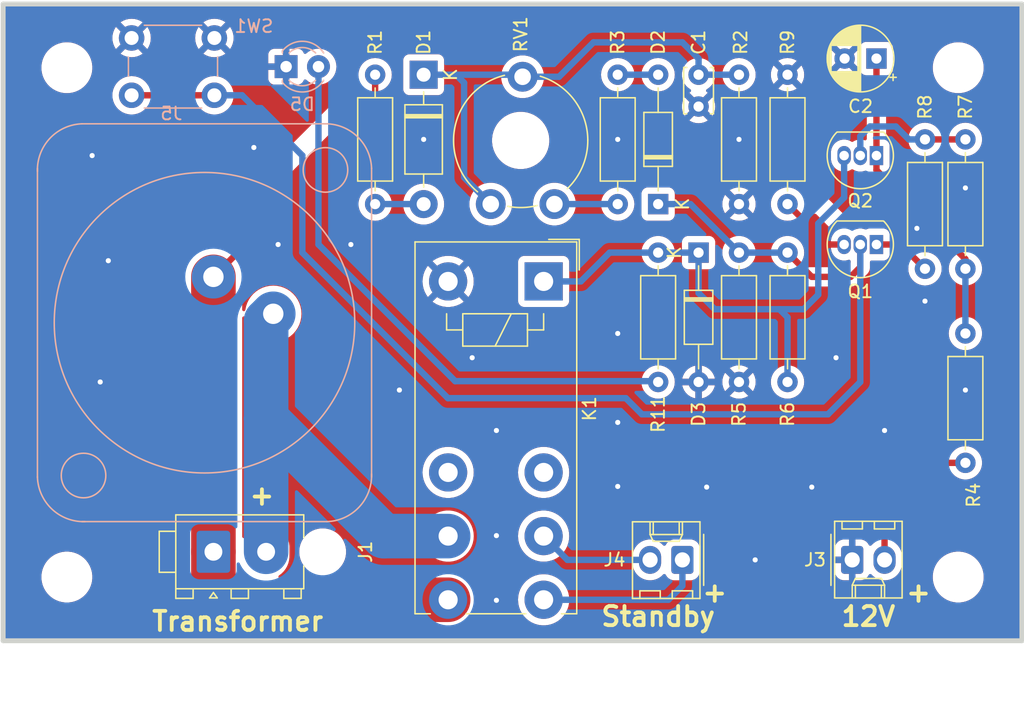
<source format=kicad_pcb>
(kicad_pcb (version 20240108) (generator "pcbnew") (generator_version "8.0")
  (layers (0 "F.Cu" signal) (31 "B.Cu" signal) (34 "B.Paste" user) (35 "F.Paste" user) (36 "B.SilkS" user "B.Silkscreen") (37 "F.SilkS" user "F.Silkscreen") (38 "B.Mask" user) (39 "F.Mask" user) (44 "Edge.Cuts" user))
  (net 0 "")
  (net 1 "GND")
  (net 2 "Net-(D1-K)")
  (net 3 "Net-(Q2-C)")
  (net 4 "Net-(D1-A)")
  (net 5 "Net-(D2-K)")
  (net 6 "Net-(D2-A)")
  (net 7 "Net-(D3-K)")
  (net 8 "Net-(D5-A)")
  (net 9 "+12V")
  (net 10 "Net-(J1-Pin_2)")
  (net 11 "Net-(J1-Pin_1)")
  (net 12 "Net-(R3-Pad2)")
  (net 13 "Net-(J4-Pin_2)")
  (net 14 "Net-(Q1-C)")
  (net 15 "Net-(Q1-E)")
  (net 16 "/Standby")
  (net 19 "Net-(Q2-B)")
  (footprint "Capacitor_THT:C_Disc_D3.4mm_W2.1mm_P2.50mm" (layer "F.Cu") (at 176.53 71.12 -90)
    (property "Reference" "C1" (at -2.54 0 90) (layer "F.SilkS"))
    (property "Value" "47nF")
    (pad "1" thru_hole circle (at 0 0 270) (size 1.6 1.6) (drill 0.8) (layers "*.Cu" "*.Mask") (net 2 "Net-(D1-K)"))
    (pad "2" thru_hole circle (at 2.5 0 270) (size 1.6 1.6) (drill 0.8) (layers "*.Cu" "*.Mask") (net 1 "GND"))
  )
  (footprint "Capacitor_THT:CP_Radial_D5.0mm_P2.50mm" (layer "F.Cu") (at 190.5 69.85 180)
    (property "Reference" "C2" (at 1.25 -3.75 0) (layer "F.SilkS"))
    (property "Value" "47µF")
    (pad "1" thru_hole rect (at 0 0 180) (size 1.6 1.6) (drill 0.8) (layers "*.Cu" "*.Mask") (net 3 "Net-(Q2-C)"))
    (pad "2" thru_hole circle (at 2.5 0 180) (size 1.6 1.6) (drill 0.8) (layers "*.Cu" "*.Mask") (net 1 "GND"))
  )
  (footprint "Diode_THT:D_DO-41_SOD81_P10.16mm_Horizontal" (layer "F.Cu") (at 154.94 71.12 -90)
    (property "Reference" "D1" (at -2.54 0 90) (layer "F.SilkS"))
    (property "Value" "1N4007")
    (fp_text user "K" (at 0 -2.1 90) (layer "F.SilkS"))
    (pad "1" thru_hole rect (at 0 0 270) (size 2.2 2.2) (drill 1.1) (layers "*.Cu" "*.Mask") (net 2 "Net-(D1-K)"))
    (pad "2" thru_hole oval (at 10.16 0 270) (size 2.2 2.2) (drill 1.1) (layers "*.Cu" "*.Mask") (net 4 "Net-(D1-A)"))
  )
  (footprint "Diode_THT:D_DO-35_SOD27_P10.16mm_Horizontal" (layer "F.Cu") (at 173.355 81.28 90)
    (property "Reference" "D2" (at 12.7 0 90) (layer "F.SilkS"))
    (property "Value" "1N4148")
    (fp_text user "K" (at 0 1.905 90) (layer "F.SilkS"))
    (pad "1" thru_hole rect (at 0 0 90) (size 1.6 1.6) (drill 0.8) (layers "*.Cu" "*.Mask") (net 5 "Net-(D2-K)"))
    (pad "2" thru_hole oval (at 10.16 0 90) (size 1.6 1.6) (drill 0.8) (layers "*.Cu" "*.Mask") (net 6 "Net-(D2-A)"))
  )
  (footprint "Diode_THT:D_DO-35_SOD27_P10.16mm_Horizontal" (layer "F.Cu") (at 176.53 85.09 -90)
    (property "Reference" "D3" (at 12.7 0 90) (layer "F.SilkS"))
    (property "Value" "1N4148")
    (fp_text user "K" (at 0 1.905 90) (layer "F.SilkS"))
    (pad "1" thru_hole rect (at 0 0 270) (size 1.6 1.6) (drill 0.8) (layers "*.Cu" "*.Mask") (net 7 "Net-(D3-K)"))
    (pad "2" thru_hole oval (at 10.16 0 270) (size 1.6 1.6) (drill 0.8) (layers "*.Cu" "*.Mask") (net 1 "GND"))
  )
  (footprint "Relay_THT:Relay_DPDT_Finder_40.52" (layer "F.Cu") (at 164.3625 87.3525 -90)
    (property "Reference" "K1" (at 10 -3.6 -90) (layer "F.SilkS"))
    (property "Value" "FINDER-40.52")
    (pad "11" thru_hole circle (at 20 0 270) (size 3 3) (drill 1.5) (layers "*.Cu" "*.Mask") (net 13 "Net-(J4-Pin_2)"))
    (pad "12" thru_hole circle (at 15 0 270) (size 3 3) (drill 1.5) (layers "*.Cu" "*.Mask"))
    (pad "14" thru_hole circle (at 25 0 270) (size 3 3) (drill 1.5) (layers "*.Cu" "*.Mask") (net 16 "/Standby"))
    (pad "21" thru_hole circle (at 20 7.5 270) (size 3 3) (drill 1.5) (layers "*.Cu" "*.Mask") (net 10 "Net-(J1-Pin_2)"))
    (pad "22" thru_hole circle (at 15 7.5 270) (size 3 3) (drill 1.5) (layers "*.Cu" "*.Mask"))
    (pad "24" thru_hole circle (at 25 7.5 270) (size 3 3) (drill 1.5) (layers "*.Cu" "*.Mask") (net 11 "Net-(J1-Pin_1)"))
    (pad "A1" thru_hole rect (at 0 0 270) (size 3 3) (drill 1.5) (layers "*.Cu" "*.Mask") (net 7 "Net-(D3-K)"))
    (pad "A2" thru_hole circle (at 0 7.5 270) (size 3 3) (drill 1.5) (layers "*.Cu" "*.Mask") (net 1 "GND"))
  )
  (footprint "Resistor_THT:R_Axial_DIN0207_L6.3mm_D2.5mm_P10.16mm_Horizontal" (layer "F.Cu") (at 151.13 81.28 90)
    (property "Reference" "R1" (at 12.7 0 90) (layer "F.SilkS"))
    (property "Value" "1k5")
    (pad "1" thru_hole circle (at 0 0 90) (size 1.6 1.6) (drill 0.8) (layers "*.Cu" "*.Mask") (net 4 "Net-(D1-A)"))
    (pad "2" thru_hole oval (at 10.16 0 90) (size 1.6 1.6) (drill 0.8) (layers "*.Cu" "*.Mask") (net 11 "Net-(J1-Pin_1)"))
  )
  (footprint "Resistor_THT:R_Axial_DIN0207_L6.3mm_D2.5mm_P10.16mm_Horizontal" (layer "F.Cu") (at 179.705 81.28 90)
    (property "Reference" "R2" (at 12.7 0.127 90) (layer "F.SilkS"))
    (property "Value" "47k")
    (pad "1" thru_hole circle (at 0 0 90) (size 1.6 1.6) (drill 0.8) (layers "*.Cu" "*.Mask") (net 1 "GND"))
    (pad "2" thru_hole oval (at 10.16 0 90) (size 1.6 1.6) (drill 0.8) (layers "*.Cu" "*.Mask") (net 2 "Net-(D1-K)"))
  )
  (footprint "Resistor_THT:R_Axial_DIN0207_L6.3mm_D2.5mm_P10.16mm_Horizontal" (layer "F.Cu") (at 170.18 71.12 -90)
    (property "Reference" "R3" (at -2.54 0 90) (layer "F.SilkS"))
    (property "Value" "10k")
    (pad "1" thru_hole circle (at 0 0 270) (size 1.6 1.6) (drill 0.8) (layers "*.Cu" "*.Mask") (net 6 "Net-(D2-A)"))
    (pad "2" thru_hole oval (at 10.16 0 270) (size 1.6 1.6) (drill 0.8) (layers "*.Cu" "*.Mask") (net 12 "Net-(R3-Pad2)"))
  )
  (footprint "Resistor_THT:R_Axial_DIN0207_L6.3mm_D2.5mm_P10.16mm_Horizontal" (layer "F.Cu") (at 197.485 91.44 -90)
    (property "Reference" "R4" (at 12.7 -0.635 90) (layer "F.SilkS"))
    (property "Value" "10R")
    (pad "1" thru_hole circle (at 0 0 270) (size 1.6 1.6) (drill 0.8) (layers "*.Cu" "*.Mask") (net 3 "Net-(Q2-C)"))
    (pad "2" thru_hole oval (at 10.16 0 270) (size 1.6 1.6) (drill 0.8) (layers "*.Cu" "*.Mask") (net 9 "+12V"))
  )
  (footprint "Resistor_THT:R_Axial_DIN0207_L6.3mm_D2.5mm_P10.16mm_Horizontal" (layer "F.Cu") (at 179.705 95.25 90)
    (property "Reference" "R5" (at -2.54 0 90) (layer "F.SilkS"))
    (property "Value" "3k3")
    (pad "1" thru_hole circle (at 0 0 90) (size 1.6 1.6) (drill 0.8) (layers "*.Cu" "*.Mask") (net 1 "GND"))
    (pad "2" thru_hole oval (at 10.16 0 90) (size 1.6 1.6) (drill 0.8) (layers "*.Cu" "*.Mask") (net 5 "Net-(D2-K)"))
  )
  (footprint "Resistor_THT:R_Axial_DIN0207_L6.3mm_D2.5mm_P10.16mm_Horizontal" (layer "F.Cu") (at 183.515 95.25 90)
    (property "Reference" "R6" (at -2.54 0 90) (layer "F.SilkS"))
    (property "Value" "33k")
    (pad "1" thru_hole circle (at 0 0 90) (size 1.6 1.6) (drill 0.8) (layers "*.Cu" "*.Mask") (net 7 "Net-(D3-K)"))
    (pad "2" thru_hole oval (at 10.16 0 90) (size 1.6 1.6) (drill 0.8) (layers "*.Cu" "*.Mask") (net 5 "Net-(D2-K)"))
  )
  (footprint "Resistor_THT:R_Axial_DIN0207_L6.3mm_D2.5mm_P10.16mm_Horizontal" (layer "F.Cu") (at 197.485 76.2 -90)
    (property "Reference" "R7" (at -2.54 0 90) (layer "F.SilkS"))
    (property "Value" "1k")
    (pad "1" thru_hole circle (at 0 0 270) (size 1.6 1.6) (drill 0.8) (layers "*.Cu" "*.Mask") (net 19 "Net-(Q2-B)"))
    (pad "2" thru_hole oval (at 10.16 0 270) (size 1.6 1.6) (drill 0.8) (layers "*.Cu" "*.Mask") (net 3 "Net-(Q2-C)"))
  )
  (footprint "Resistor_THT:R_Axial_DIN0207_L6.3mm_D2.5mm_P10.16mm_Horizontal" (layer "F.Cu") (at 194.31 86.36 90)
    (property "Reference" "R8" (at 12.7 0 90) (layer "F.SilkS"))
    (property "Value" "4k7")
    (pad "1" thru_hole circle (at 0 0 90) (size 1.6 1.6) (drill 0.8) (layers "*.Cu" "*.Mask") (net 14 "Net-(Q1-C)"))
    (pad "2" thru_hole oval (at 10.16 0 90) (size 1.6 1.6) (drill 0.8) (layers "*.Cu" "*.Mask") (net 19 "Net-(Q2-B)"))
  )
  (footprint "Resistor_THT:R_Axial_DIN0207_L6.3mm_D2.5mm_P10.16mm_Horizontal" (layer "F.Cu") (at 183.515 71.12 -90)
    (property "Reference" "R9" (at -2.54 0 90) (layer "F.SilkS"))
    (property "Value" "100R")
    (pad "1" thru_hole circle (at 0 0 270) (size 1.6 1.6) (drill 0.8) (layers "*.Cu" "*.Mask") (net 1 "GND"))
    (pad "2" thru_hole oval (at 10.16 0 270) (size 1.6 1.6) (drill 0.8) (layers "*.Cu" "*.Mask") (net 15 "Net-(Q1-E)"))
  )
  (footprint "Resistor_THT:R_Axial_DIN0207_L6.3mm_D2.5mm_P10.16mm_Horizontal" (layer "F.Cu") (at 173.355 95.25 90)
    (property "Reference" "R11" (at -2.54 0 90) (layer "F.SilkS"))
    (property "Value" "R")
    (pad "1" thru_hole circle (at 0 0 90) (size 1.6 1.6) (drill 0.8) (layers "*.Cu" "*.Mask") (net 8 "Net-(D5-A)"))
    (pad "2" thru_hole oval (at 10.16 0 90) (size 1.6 1.6) (drill 0.8) (layers "*.Cu" "*.Mask") (net 7 "Net-(D3-K)"))
  )
  (footprint "Package_TO_SOT_THT:TO-92_Inline" (layer "F.Cu") (at 190.5 77.47 180)
    (property "Reference" "Q2" (at 1.27 -3.556 0) (layer "F.SilkS"))
    (property "Value" "BC327")
    (pad "1" thru_hole rect (at 0 0 180) (size 1.05 1.5) (drill 0.75) (layers "*.Cu" "*.Mask") (net 3 "Net-(Q2-C)"))
    (pad "2" thru_hole oval (at 1.27 0 180) (size 1.05 1.5) (drill 0.75) (layers "*.Cu" "*.Mask") (net 19 "Net-(Q2-B)"))
    (pad "3" thru_hole oval (at 2.54 0 180) (size 1.05 1.5) (drill 0.75) (layers "*.Cu" "*.Mask") (net 7 "Net-(D3-K)"))
  )
  (footprint "Connector_Molex:Molex_KK-254_AE-6410-02A_1x02_P2.54mm_Vertical" (layer "F.Cu") (at 188.595 109.22)
    (property "Reference" "J3" (at -2.921 0 0) (layer "F.SilkS"))
    (property "Value" "12V_In")
    (pad "1" thru_hole roundrect (at 0 0) (size 1.74 2.19) (drill 1.19) (layers "*.Cu" "*.Mask") (roundrect_rratio 0.143678) (net 1 "GND"))
    (pad "2" thru_hole oval (at 2.54 0) (size 1.74 2.19) (drill 1.19) (layers "*.Cu" "*.Mask") (net 9 "+12V"))
  )
  (footprint "Package_TO_SOT_THT:TO-92_Inline" (layer "F.Cu") (at 190.5 84.455 180)
    (property "Reference" "Q1" (at 1.27 -3.683 0) (layer "F.SilkS"))
    (property "Value" "BC546")
    (pad "1" thru_hole rect (at 0 0 180) (size 1.05 1.5) (drill 0.75) (layers "*.Cu" "*.Mask") (net 14 "Net-(Q1-C)"))
    (pad "2" thru_hole oval (at 1.27 0 180) (size 1.05 1.5) (drill 0.75) (layers "*.Cu" "*.Mask") (net 5 "Net-(D2-K)"))
    (pad "3" thru_hole oval (at 2.54 0 180) (size 1.05 1.5) (drill 0.75) (layers "*.Cu" "*.Mask") (net 15 "Net-(Q1-E)"))
  )
  (footprint "EuroBoard_Outline:EuroBoard_viertel_Type-I_80mmX50mm_holes" (layer "F.Cu") (at 121.92 115.57)
    (property "Reference" "REF**" (hide yes))
    (property "Value" "EuroBoard_viertel_Type-I_80mmX50mm_holes")
    (fp_line (start 0 -49.9999) (end 79.99984 -49.9999) (stroke (width 0.381)) (layer "Edge.Cuts"))
    (fp_line (start 0 0) (end 0 -49.9999) (stroke (width 0.381)) (layer "Edge.Cuts"))
    (fp_line (start 79.99984 -49.9999) (end 79.99984 0) (stroke (width 0.381)) (layer "Edge.Cuts"))
    (fp_line (start 79.99984 0) (end 0 0) (stroke (width 0.381)) (layer "Edge.Cuts"))
    (pad "" np_thru_hole circle (at 5.00126 -45.00118) (size 3.50012 3.50012) (drill 3.50012) (layers "*.Cu" "*.Mask"))
    (pad "" np_thru_hole circle (at 5.00126 -5.00126) (size 3.50012 3.50012) (drill 3.50012) (layers "*.Cu" "*.Mask"))
    (pad "" np_thru_hole circle (at 75.00112 -45.00118) (size 3.50012 3.50012) (drill 3.50012) (layers "*.Cu" "*.Mask"))
    (pad "" np_thru_hole circle (at 75.00112 -5.00126) (size 3.50012 3.50012) (drill 3.50012) (layers "*.Cu" "*.Mask"))
  )
  (footprint "Connector_TE-Connectivity:TE_MATE-N-LOK_1-770866-x_1x02_P4.14mm_Vertical" (layer "F.Cu") (at 138.43 108.585 90)
    (property "Reference" "J1" (at 0 11.938 90) (layer "F.SilkS"))
    (property "Value" "Transformer")
    (pad "" np_thru_hole circle (at 0 8.58 90) (size 3.18 3.18) (drill 3.18) (layers "*.Cu" "*.Mask"))
    (pad "1" thru_hole roundrect (at 0 0 90) (size 3.3 2.64) (drill 1.4) (layers "*.Cu" "*.Mask") (roundrect_rratio 0.094697) (net 11 "Net-(J1-Pin_1)"))
    (pad "2" thru_hole oval (at 0 4.14 90) (size 3.3 2.64) (drill 1.4) (layers "*.Cu" "*.Mask") (net 10 "Net-(J1-Pin_2)"))
  )
  (footprint "Connector_Molex:Molex_KK-254_AE-6410-02A_1x02_P2.54mm_Vertical" (layer "F.Cu") (at 175.26 109.22 180)
    (property "Reference" "J4" (at 5.334 0 0) (layer "F.SilkS"))
    (property "Value" "Standby")
    (pad "1" thru_hole roundrect (at 0 0 180) (size 1.74 2.19) (drill 1.19) (layers "*.Cu" "*.Mask") (roundrect_rratio 0.143678) (net 16 "/Standby"))
    (pad "2" thru_hole oval (at 2.54 0 180) (size 1.74 2.19) (drill 1.19) (layers "*.Cu" "*.Mask") (net 13 "Net-(J4-Pin_2)"))
  )
  (footprint "Potentiometer_THT:Potentiometer_Piher_PT-10-V10_Vertical_Hole" (layer "F.Cu") (at 165.21 81.28 90)
    (property "Reference" "RV1" (at 13.335 -2.65 90) (layer "F.SilkS"))
    (property "Value" "250k")
    (pad "" np_thru_hole circle (at 5 -2.65 90) (size 4 4) (drill 4) (layers "*.Cu" "*.Mask"))
    (pad "1" thru_hole circle (at 0 0 90) (size 2.34 2.34) (drill 1.3) (layers "*.Cu" "*.Mask") (net 12 "Net-(R3-Pad2)"))
    (pad "2" thru_hole circle (at 10 -2.5 90) (size 2.34 2.34) (drill 1.3) (layers "*.Cu" "*.Mask") (net 2 "Net-(D1-K)"))
    (pad "3" thru_hole circle (at 0 -5 90) (size 2.34 2.34) (drill 1.3) (layers "*.Cu" "*.Mask") (net 2 "Net-(D1-K)"))
  )
  (footprint "Connector_Audio:Jack_speakON_Neutrik_NL2MD-V_Vertical" (layer "B.Cu") (at 138.43 86.995 180)
    (property "Reference" "J5" (at 3.302 12.827 0) (layer "B.SilkS") (effects (justify mirror)))
    (property "Value" "Speaker")
    (pad "1+" thru_hole circle (at 0 0 180) (size 3.4 3.4) (drill 1.6) (layers "*.Cu" "*.Mask") (net 11 "Net-(J1-Pin_1)"))
    (pad "1-" thru_hole circle (at -4.7 -2.9 180) (size 3.4 3.4) (drill 1.6) (layers "*.Cu" "*.Mask") (net 10 "Net-(J1-Pin_2)"))
  )
  (footprint "LED_THT:LED_D3.0mm" (layer "B.Cu") (at 144.14 70.485)
    (property "Reference" "D5" (at 1.27 2.96 0) (layer "B.SilkS") (effects (justify mirror)))
    (property "Value" "LED")
    (pad "1" thru_hole rect (at 0 0) (size 1.8 1.8) (drill 0.9) (layers "*.Cu" "*.Mask") (net 1 "GND"))
    (pad "2" thru_hole circle (at 2.54 0) (size 1.8 1.8) (drill 0.9) (layers "*.Cu" "*.Mask") (net 8 "Net-(D5-A)"))
  )
  (footprint "Button_Switch_THT:SW_PUSH_6mm_H7.3mm" (layer "B.Cu") (at 138.505 68.235 180)
    (property "Reference" "SW1" (at -3.1 0.925 180) (layer "B.SilkS") (effects (justify mirror)))
    (property "Value" "Reset")
    (pad "1" thru_hole circle (at 0 0 90) (size 2 2) (drill 1.1) (layers "*.Cu" "*.Mask") (net 1 "GND"))
    (pad "1" thru_hole circle (at 6.5 0 90) (size 2 2) (drill 1.1) (layers "*.Cu" "*.Mask") (net 1 "GND"))
    (pad "2" thru_hole circle (at 0 -4.5 90) (size 2 2) (drill 1.1) (layers "*.Cu" "*.Mask") (net 5 "Net-(D2-K)"))
    (pad "2" thru_hole circle (at 6.5 -4.5 90) (size 2 2) (drill 1.1) (layers "*.Cu" "*.Mask") (net 5 "Net-(D2-K)"))
  )
  (gr_text "Transformer" (at 140.335 114.046 0) (layer "F.SilkS") (effects (font (size 1.5 1.5) (thickness 0.3))))
  (gr_text "Standby" (at 173.355 113.665 0) (layer "F.SilkS") (effects (font (size 1.5 1.5) (thickness 0.3))))
  (gr_text "+" (at 177.8 111.76 0) (layer "F.SilkS") (effects (font (size 1.5 1.5) (thickness 0.3))))
  (gr_text "12V" (at 189.865 113.665 0) (layer "F.SilkS") (effects (font (size 1.5 1.5) (thickness 0.3))))
  (gr_text "+" (at 142.24 104.14 0) (layer "F.SilkS") (effects (font (size 1.5 1.5) (thickness 0.3))))
  (gr_text "+" (at 193.802 111.76 0) (layer "F.SilkS") (effects (font (size 1.5 1.5) (thickness 0.3))))
  (via (at 180.975 109.22) (size 0.8) (drill 0.4) (layers "F.Cu" "B.Cu") (net 1))
  (via (at 130.175 85.725) (size 0.8) (drill 0.4) (layers "F.Cu" "B.Cu") (net 1))
  (via (at 194.31 88.9) (size 0.8) (drill 0.4) (layers "F.Cu" "B.Cu") (net 1))
  (via (at 128.905 77.47) (size 0.8) (drill 0.4) (layers "F.Cu" "B.Cu") (net 1))
  (via (at 170.18 98.425) (size 0.8) (drill 0.4) (layers "F.Cu" "B.Cu") (net 1))
  (via (at 170.18 91.44) (size 0.8) (drill 0.4) (layers "F.Cu" "B.Cu") (net 1))
  (via (at 179.705 76.2) (size 0.8) (drill 0.4) (layers "F.Cu" "B.Cu") (net 1))
  (via (at 141.605 76.835) (size 0.8) (drill 0.4) (layers "F.Cu" "B.Cu") (net 1))
  (via (at 185.42 103.505) (size 0.8) (drill 0.4) (layers "F.Cu" "B.Cu") (net 1))
  (via (at 193.675 83.185) (size 0.8) (drill 0.4) (layers "F.Cu" "B.Cu") (net 1))
  (via (at 197.485 80.01) (size 0.8) (drill 0.4) (layers "F.Cu" "B.Cu") (net 1))
  (via (at 129.54 95.25) (size 0.8) (drill 0.4) (layers "F.Cu" "B.Cu") (net 1))
  (via (at 158.75 93.345) (size 0.8) (drill 0.4) (layers "F.Cu" "B.Cu") (net 1))
  (via (at 197.485 95.885) (size 0.8) (drill 0.4) (layers "F.Cu" "B.Cu") (net 1))
  (via (at 170.18 103.452511) (size 0.8) (drill 0.4) (layers "F.Cu" "B.Cu") (net 1))
  (via (at 153.035 95.885) (size 0.8) (drill 0.4) (layers "F.Cu" "B.Cu") (net 1))
  (via (at 154.94 76.2) (size 0.8) (drill 0.4) (layers "F.Cu" "B.Cu") (net 1))
  (via (at 149.225 84.455) (size 0.8) (drill 0.4) (layers "F.Cu" "B.Cu") (net 1))
  (via (at 160.655 112.395) (size 0.8) (drill 0.4) (layers "F.Cu" "B.Cu") (net 1))
  (via (at 170.18 76.2) (size 0.8) (drill 0.4) (layers "F.Cu" "B.Cu") (net 1))
  (via (at 160.655 99.06) (size 0.8) (drill 0.4) (layers "F.Cu" "B.Cu") (net 1))
  (via (at 160.655 107.315) (size 0.8) (drill 0.4) (layers "F.Cu" "B.Cu") (net 1))
  (via (at 177.165 103.505) (size 0.8) (drill 0.4) (layers "F.Cu" "B.Cu") (net 1))
  (via (at 191.135 99.06) (size 0.8) (drill 0.4) (layers "F.Cu" "B.Cu") (net 1))
  (via (at 187.325 93.345) (size 0.8) (drill 0.4) (layers "F.Cu" "B.Cu") (net 1))
  (via (at 143.51 84.455) (size 0.8) (drill 0.4) (layers "F.Cu" "B.Cu") (net 1))
  (segment (start 176.53 69.85) (end 176.53 71.12) (width 0.5) (layer "B.Cu") (net 2))
  (segment (start 158.115 71.755) (end 157.48 71.12) (width 0.5) (layer "B.Cu") (net 2))
  (segment (start 158.115 79.185) (end 158.115 71.755) (width 0.5) (layer "B.Cu") (net 2))
  (segment (start 165.575 71.28) (end 168.275 68.58) (width 0.5) (layer "B.Cu") (net 2))
  (segment (start 157.48 71.12) (end 162.55 71.12) (width 0.5) (layer "B.Cu") (net 2))
  (segment (start 162.71 71.28) (end 165.575 71.28) (width 0.5) (layer "B.Cu") (net 2))
  (segment (start 176.53 71.12) (end 179.705 71.12) (width 0.5) (layer "B.Cu") (net 2))
  (segment (start 160.21 81.28) (end 158.115 79.185) (width 0.5) (layer "B.Cu") (net 2))
  (segment (start 154.94 71.12) (end 157.48 71.12) (width 0.5) (layer "B.Cu") (net 2))
  (segment (start 168.275 68.58) (end 175.26 68.58) (width 0.5) (layer "B.Cu") (net 2))
  (segment (start 175.26 68.58) (end 176.53 69.85) (width 0.5) (layer "B.Cu") (net 2))
  (segment (start 162.55 71.12) (end 162.71 71.28) (width 0.5) (layer "B.Cu") (net 2))
  (segment (start 190.5 78.613) (end 197.485 85.598) (width 0.5) (layer "F.Cu") (net 3))
  (segment (start 197.485 85.598) (end 197.485 86.36) (width 0.5) (layer "F.Cu") (net 3))
  (segment (start 190.5 77.47) (end 190.5 69.85) (width 0.5) (layer "F.Cu") (net 3))
  (segment (start 190.5 77.47) (end 190.5 78.613) (width 0.5) (layer "F.Cu") (net 3))
  (segment (start 197.485 91.44) (end 197.485 86.36) (width 0.5) (layer "B.Cu") (net 3))
  (segment (start 151.13 81.28) (end 154.94 81.28) (width 0.5) (layer "B.Cu") (net 4))
  (segment (start 185.42 86.995) (end 188.468 86.995) (width 0.5) (layer "F.Cu") (net 5))
  (segment (start 183.515 85.09) (end 185.42 86.995) (width 0.5) (layer "F.Cu") (net 5))
  (segment (start 189.23 86.233) (end 189.23 84.455) (width 0.5) (layer "F.Cu") (net 5))
  (segment (start 138.505 72.735) (end 132.005 72.735) (width 0.5) (layer "F.Cu") (net 5))
  (segment (start 188.468 86.995) (end 189.23 86.233) (width 0.5) (layer "F.Cu") (net 5))
  (segment (start 145.415 77.47) (end 140.68 72.735) (width 0.5) (layer "B.Cu") (net 5))
  (segment (start 189.23 84.455) (end 189.23 95.25) (width 0.5) (layer "B.Cu") (net 5))
  (segment (start 186.69 97.79) (end 172.085 97.79) (width 0.5) (layer "B.Cu") (net 5))
  (segment (start 173.355 81.28) (end 175.895 81.28) (width 0.5) (layer "B.Cu") (net 5))
  (segment (start 175.895 81.28) (end 179.705 85.09) (width 0.5) (layer "B.Cu") (net 5))
  (segment (start 145.415 85.09) (end 145.415 77.47) (width 0.5) (layer "B.Cu") (net 5))
  (segment (start 170.815 96.52) (end 156.845 96.52) (width 0.5) (layer "B.Cu") (net 5))
  (segment (start 156.845 96.52) (end 145.415 85.09) (width 0.5) (layer "B.Cu") (net 5))
  (segment (start 140.68 72.735) (end 138.505 72.735) (width 0.5) (layer "B.Cu") (net 5))
  (segment (start 179.705 85.09) (end 183.515 85.09) (width 0.5) (layer "B.Cu") (net 5))
  (segment (start 189.23 95.25) (end 186.69 97.79) (width 0.5) (layer "B.Cu") (net 5))
  (segment (start 172.085 97.79) (end 170.815 96.52) (width 0.5) (layer "B.Cu") (net 5))
  (segment (start 170.18 71.12) (end 173.355 71.12) (width 0.5) (layer "B.Cu") (net 6))
  (segment (start 173.355 85.09) (end 169.545 85.09) (width 0.5) (layer "B.Cu") (net 7))
  (segment (start 187.96 77.47) (end 187.96 80.772) (width 0.5) (layer "B.Cu") (net 7))
  (segment (start 183.515 95.25) (end 183.515 90.17) (width 0.5) (layer "B.Cu") (net 7))
  (segment (start 183.515 90.17) (end 182.88 89.535) (width 0.5) (layer "B.Cu") (net 7))
  (segment (start 176.53 85.09) (end 173.355 85.09) (width 0.5) (layer "B.Cu") (net 7))
  (segment (start 185.928 82.804) (end 185.928 88.392) (width 0.5) (layer "B.Cu") (net 7))
  (segment (start 176.53 88.265) (end 177.8 89.535) (width 0.5) (layer "B.Cu") (net 7))
  (segment (start 176.53 85.09) (end 176.53 88.265) (width 0.5) (layer "B.Cu") (net 7))
  (segment (start 184.785 89.535) (end 185.928 88.392) (width 0.5) (layer "B.Cu") (net 7))
  (segment (start 182.88 89.535) (end 184.785 89.535) (width 0.5) (layer "B.Cu") (net 7))
  (segment (start 169.545 85.09) (end 167.2825 87.3525) (width 0.5) (layer "B.Cu") (net 7))
  (segment (start 177.8 89.535) (end 182.88 89.535) (width 0.5) (layer "B.Cu") (net 7))
  (segment (start 167.2825 87.3525) (end 164.3625 87.3525) (width 0.5) (layer "B.Cu") (net 7))
  (segment (start 187.96 80.772) (end 185.928 82.804) (width 0.5) (layer "B.Cu") (net 7))
  (segment (start 146.68 84.45) (end 146.68 70.485) (width 0.5) (layer "B.Cu") (net 8))
  (segment (start 173.355 95.25) (end 173.29 95.185) (width 0.5) (layer "B.Cu") (net 8))
  (segment (start 157.415 95.185) (end 146.68 84.45) (width 0.5) (layer "B.Cu") (net 8))
  (segment (start 173.29 95.185) (end 157.415 95.185) (width 0.5) (layer "B.Cu") (net 8))
  (segment (start 192.151 101.6) (end 197.485 101.6) (width 0.5) (layer "F.Cu") (net 9))
  (segment (start 191.135 109.22) (end 191.135 102.616) (width 0.5) (layer "F.Cu") (net 9))
  (segment (start 191.135 102.616) (end 192.151 101.6) (width 0.5) (layer "F.Cu") (net 9))
  (segment (start 142.57 90.455) (end 143.13 89.895) (width 3.5) (layer "B.Cu") (net 10))
  (segment (start 142.57 108.585) (end 142.57 98.12) (width 3.5) (layer "B.Cu") (net 10))
  (segment (start 142.57 98.12) (end 151.8025 107.3525) (width 3.5) (layer "B.Cu") (net 10))
  (segment (start 142.57 98.12) (end 142.57 90.455) (width 3.5) (layer "B.Cu") (net 10))
  (segment (start 151.8025 107.3525) (end 156.8625 107.3525) (width 3.5) (layer "B.Cu") (net 10))
  (segment (start 151.13 74.295) (end 151.13 71.12) (width 0.5) (layer "F.Cu") (net 11))
  (segment (start 140.3096 112.9284) (end 138.43 111.0488) (width 3.5) (layer "F.Cu") (net 11))
  (segment (start 138.43 99.06) (end 138.43 86.995) (width 3.5) (layer "F.Cu") (net 11))
  (segment (start 138.43 111.0488) (end 138.43 108.585) (width 3.5) (layer "F.Cu") (net 11))
  (segment (start 138.43 108.585) (end 138.43 99.06) (width 3.5) (layer "F.Cu") (net 11))
  (segment (start 144.7292 112.9284) (end 140.3096 112.9284) (width 3.5) (layer "F.Cu") (net 11))
  (segment (start 156.8625 112.3525) (end 145.3051 112.3525) (width 3.5) (layer "F.Cu") (net 11))
  (segment (start 145.3051 112.3525) (end 144.7292 112.9284) (width 3.5) (layer "F.Cu") (net 11))
  (segment (start 138.43 86.995) (end 151.13 74.295) (width 0.5) (layer "F.Cu") (net 11))
  (segment (start 165.21 81.28) (end 170.18 81.28) (width 0.5) (layer "B.Cu") (net 12))
  (segment (start 172.72 109.22) (end 166.23 109.22) (width 0.5) (layer "B.Cu") (net 13))
  (segment (start 166.23 109.22) (end 164.3625 107.3525) (width 0.5) (layer "B.Cu") (net 13))
  (segment (start 190.5 84.455) (end 192.405 84.455) (width 0.5) (layer "F.Cu") (net 14))
  (segment (start 192.405 84.455) (end 194.31 86.36) (width 0.5) (layer "F.Cu") (net 14))
  (segment (start 187.96 84.455) (end 186.69 84.455) (width 0.5) (layer "F.Cu") (net 15))
  (segment (start 186.69 84.455) (end 183.515 81.28) (width 0.5) (layer "F.Cu") (net 15))
  (segment (start 174.1595 112.3525) (end 175.26 111.252) (width 0.5) (layer "B.Cu") (net 16))
  (segment (start 175.26 111.252) (end 175.26 109.22) (width 0.5) (layer "B.Cu") (net 16))
  (segment (start 164.3625 112.3525) (end 174.1595 112.3525) (width 0.5) (layer "B.Cu") (net 16))
  (segment (start 197.485 76.2) (end 194.31 76.2) (width 0.5) (layer "F.Cu") (net 19))
  (segment (start 194.31 76.2) (end 193.04 76.2) (width 0.5) (layer "B.Cu") (net 19))
  (segment (start 193.04 76.2) (end 192.024 75.184) (width 0.5) (layer "B.Cu") (net 19))
  (segment (start 189.992 75.184) (end 189.23 75.946) (width 0.5) (layer "B.Cu") (net 19))
  (segment (start 192.024 75.184) (end 189.992 75.184) (width 0.5) (layer "B.Cu") (net 19))
  (segment (start 189.23 75.946) (end 189.23 77.47) (width 0.5) (layer "B.Cu") (net 19))
  (zone (net 1) (net_name "GND") (layer "F.Cu") (connect_pads (clearance 0.508)) (min_thickness 0.254) (fill yes (thermal_gap 0.508) (thermal_bridge_width 0.508))
    (polygon (pts (xy 201.93 115.57) (xy 121.92 115.57) (xy 121.92 65.405) (xy 201.93 65.405)))
  )
  (zone (net 1) (net_name "GND") (layer "B.Cu") (connect_pads (clearance 0.508)) (min_thickness 0.254) (fill yes (thermal_gap 0.508) (thermal_bridge_width 0.508))
    (polygon (pts (xy 201.93 115.57) (xy 121.92 115.57) (xy 121.92 65.405) (xy 201.93 65.405)))
  )
)
</source>
